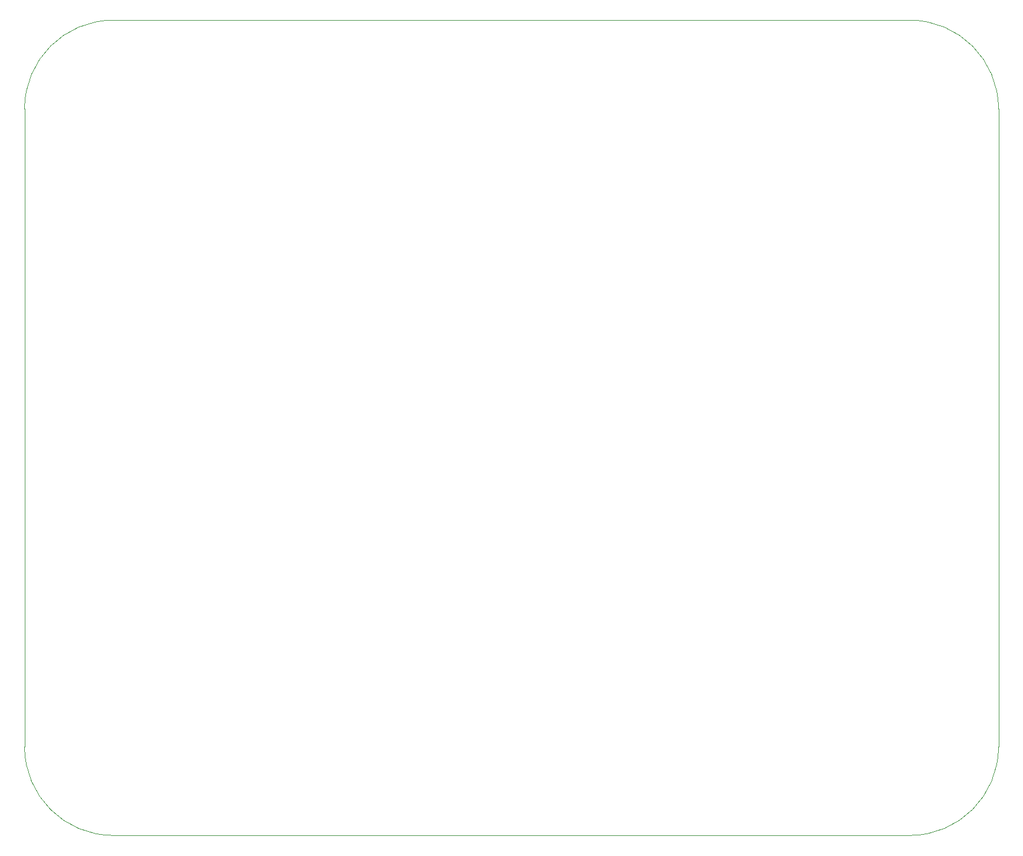
<source format=gbr>
%TF.GenerationSoftware,KiCad,Pcbnew,7.0.10*%
%TF.CreationDate,2024-04-01T07:54:27-03:00*%
%TF.ProjectId,board,626f6172-642e-46b6-9963-61645f706362,1.5*%
%TF.SameCoordinates,Original*%
%TF.FileFunction,Profile,NP*%
%FSLAX46Y46*%
G04 Gerber Fmt 4.6, Leading zero omitted, Abs format (unit mm)*
G04 Created by KiCad (PCBNEW 7.0.10) date 2024-04-01 07:54:27*
%MOMM*%
%LPD*%
G01*
G04 APERTURE LIST*
%TA.AperFunction,Profile*%
%ADD10C,0.050000*%
%TD*%
G04 APERTURE END LIST*
D10*
X204083400Y-146711400D02*
G75*
G03*
X216783400Y-134011400I0J12700000D01*
G01*
X77083400Y-134011400D02*
G75*
G03*
X89783400Y-146711400I12700000J0D01*
G01*
X89783400Y-29871400D02*
G75*
G03*
X77083400Y-42571400I0J-12700000D01*
G01*
X77083400Y-134011400D02*
X77083400Y-42571400D01*
X216783400Y-42571400D02*
G75*
G03*
X204083400Y-29871400I-12700000J0D01*
G01*
X89783400Y-29871400D02*
X204083400Y-29871400D01*
X216783400Y-42571400D02*
X216783400Y-134011400D01*
X89783400Y-146711400D02*
X204083400Y-146711400D01*
M02*

</source>
